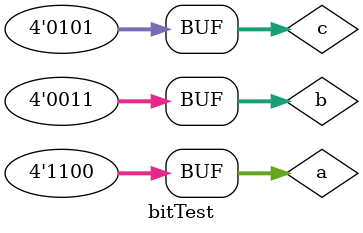
<source format=v>
module bitTest();
reg [3:0] a ;
reg [3:0] b;
reg [3:0] c;
initial begin
    a = 4'b1100;
    b = 4'b0011;
    c = 4'b0101;
    $display("~a = ", ~a);
    $display("a & c = ", a & c);
    $display("a | b = ", a | b);
    $display("a ^ c = ", a ^ c);
    $display("a ~^ c = ", a~^c);
end
endmodule

</source>
